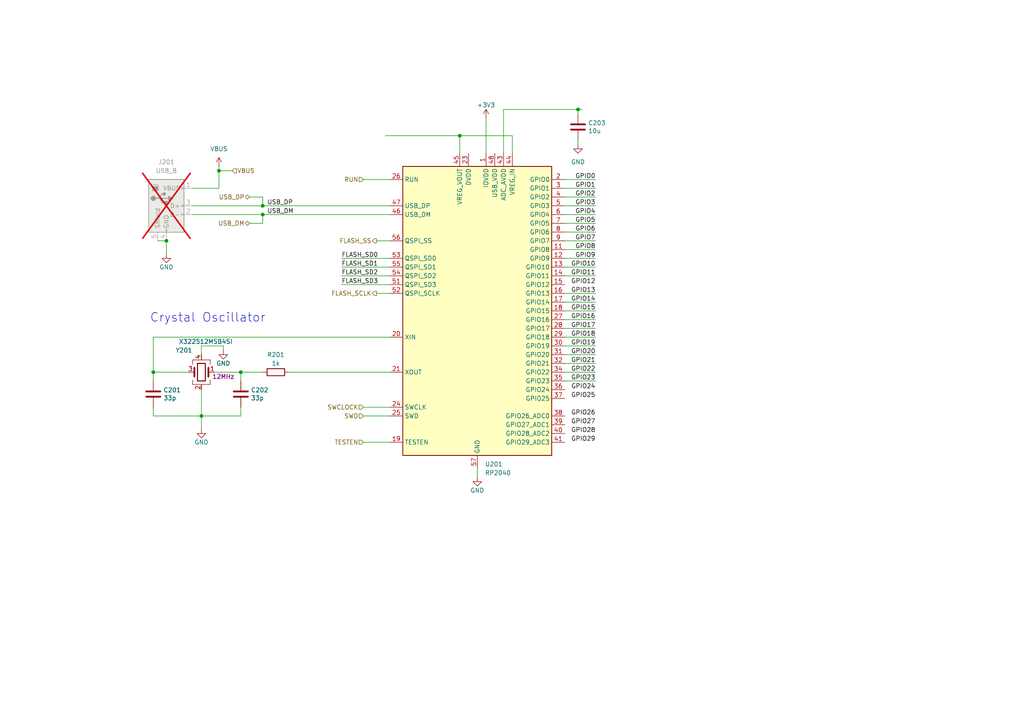
<source format=kicad_sch>
(kicad_sch (version 20231120) (generator "eeschema") (generator_version "8.0")
  (paper "A4")
  (lib_symbols
    (symbol "Connector:USB_B" (pin_names (offset 1.016))
      (property "Reference" "J" (at -5.08 11.43 0))
      (property "Value" "USB_B" (at -5.08 8.89 0))
      (symbol "USB_B_0_1"
        (rectangle (start -5.08 -7.62) (end 5.08 7.62) (stroke (width 0.254)) (fill (type background)))
        (circle (center -3.81 2.159) (radius 0.635) (stroke (width 0.254)) (fill (type outline)))
        (rectangle (start -3.81 5.588) (end -2.54 4.572) (fill (type outline)))
        (circle (center -0.635 3.429) (radius 0.381) (stroke (width 0.254)) (fill (type outline)))
        (rectangle (start -0.127 -7.62) (end 0.127 -6.858))
        (polyline (pts (xy -1.905 2.159) (xy 0.635 2.159)) (stroke (width 0.254)))
        (polyline (pts (xy -3.175 2.159) (xy -2.54 2.159) (xy -1.27 3.429) (xy -0.635 3.429)) (stroke (width 0.254)))
        (polyline (pts (xy -2.54 2.159) (xy -1.905 2.159) (xy -1.27 0.889) (xy 0 0.889)) (stroke (width 0.254)))
        (polyline (pts (xy 0.635 2.794) (xy 0.635 1.524) (xy 1.905 2.159) (xy 0.635 2.794)) (stroke (width 0.254)) (fill (type outline)))
        (polyline (pts (xy -4.064 4.318) (xy -2.286 4.318) (xy -2.286 5.715) (xy -2.667 6.096) (xy -3.683 6.096) (xy -4.064 5.715) (xy -4.064 4.318)))
        (rectangle (start 0.254 1.27) (end -0.508 0.508) (stroke (width 0.254)) (fill (type outline)))
        (rectangle (start 5.08 -2.667) (end 4.318 -2.413))
        (rectangle (start 5.08 -0.127) (end 4.318 0.127))
        (rectangle (start 5.08 4.953) (end 4.318 5.207))
      )
      (symbol "USB_B_1_1"
        (pin power_out line (at 7.62 5.08 180) (length 2.54) (name "VBUS") (number "1"))
        (pin bidirectional line (at 7.62 -2.54 180) (length 2.54) (name "D-") (number "2"))
        (pin bidirectional line (at 7.62 0 180) (length 2.54) (name "D+") (number "3"))
        (pin power_out line (at 0 -10.16 90) (length 2.54) (name "GND") (number "4"))
        (pin passive line (at -2.54 -10.16 90) (length 2.54) (name "Shield") (number "5"))
      )
    )
    (symbol "Device:C" (pin_numbers hide) (pin_names (offset 0.254))
      (property "Reference" "C" (at 0.635 2.54 0))
      (property "Value" "C" (at 0.635 -2.54 0))
      (symbol "C_0_1"
        (polyline (pts (xy -2.032 -0.762) (xy 2.032 -0.762)) (stroke (width 0.508)))
        (polyline (pts (xy -2.032 0.762) (xy 2.032 0.762)) (stroke (width 0.508)))
      )
      (symbol "C_1_1"
        (pin passive line (at 0 3.81 270) (length 2.794) (name "~") (number "1"))
        (pin passive line (at 0 -3.81 90) (length 2.794) (name "~") (number "2"))
      )
    )
    (symbol "Device:R" (pin_numbers hide) (pin_names (offset 0))
      (property "Reference" "R" (at 2.032 0 90))
      (property "Value" "R" (at 0 0 90))
      (symbol "R_0_1"
        (rectangle (start -1.016 -2.54) (end 1.016 2.54) (stroke (width 0.254)))
      )
      (symbol "R_1_1"
        (pin passive line (at 0 3.81 270) (length 1.27) (name "~") (number "1"))
        (pin passive line (at 0 -3.81 90) (length 1.27) (name "~") (number "2"))
      )
    )
    (symbol "MCU_RaspberryPi:RP2040"
      (property "Reference" "U" (at 17.78 45.72 0))
      (property "Value" "RP2040" (at 17.78 43.18 0))
      (symbol "RP2040_0_1"
        (rectangle (start -21.59 41.91) (end 21.59 -41.91) (stroke (width 0.254)) (fill (type background)))
      )
      (symbol "RP2040_1_1"
        (pin power_in line (at 2.54 45.72 270) (length 3.81) (name "IOVDD") (number "1"))
        (pin passive line (at 2.54 45.72 270) (length 3.81) hide (name "IOVDD") (number "10"))
        (pin bidirectional line (at 25.4 17.78 180) (length 3.81) (name "GPIO8") (number "11"))
        (pin bidirectional line (at 25.4 15.24 180) (length 3.81) (name "GPIO9") (number "12"))
        (pin bidirectional line (at 25.4 12.7 180) (length 3.81) (name "GPIO10") (number "13"))
        (pin bidirectional line (at 25.4 10.16 180) (length 3.81) (name "GPIO11") (number "14"))
        (pin bidirectional line (at 25.4 7.62 180) (length 3.81) (name "GPIO12") (number "15"))
        (pin bidirectional line (at 25.4 5.08 180) (length 3.81) (name "GPIO13") (number "16"))
        (pin bidirectional line (at 25.4 2.54 180) (length 3.81) (name "GPIO14") (number "17"))
        (pin bidirectional line (at 25.4 0 180) (length 3.81) (name "GPIO15") (number "18"))
        (pin input line (at -25.4 -38.1 0) (length 3.81) (name "TESTEN") (number "19"))
        (pin bidirectional line (at 25.4 38.1 180) (length 3.81) (name "GPIO0") (number "2"))
        (pin input line (at -25.4 -7.62 0) (length 3.81) (name "XIN") (number "20"))
        (pin passive line (at -25.4 -17.78 0) (length 3.81) (name "XOUT") (number "21"))
        (pin passive line (at 2.54 45.72 270) (length 3.81) hide (name "IOVDD") (number "22"))
        (pin power_in line (at -2.54 45.72 270) (length 3.81) (name "DVDD") (number "23"))
        (pin input line (at -25.4 -27.94 0) (length 3.81) (name "SWCLK") (number "24"))
        (pin bidirectional line (at -25.4 -30.48 0) (length 3.81) (name "SWD") (number "25"))
        (pin input line (at -25.4 38.1 0) (length 3.81) (name "RUN") (number "26"))
        (pin bidirectional line (at 25.4 -2.54 180) (length 3.81) (name "GPIO16") (number "27"))
        (pin bidirectional line (at 25.4 -5.08 180) (length 3.81) (name "GPIO17") (number "28"))
        (pin bidirectional line (at 25.4 -7.62 180) (length 3.81) (name "GPIO18") (number "29"))
        (pin bidirectional line (at 25.4 35.56 180) (length 3.81) (name "GPIO1") (number "3"))
        (pin bidirectional line (at 25.4 -10.16 180) (length 3.81) (name "GPIO19") (number "30"))
        (pin bidirectional line (at 25.4 -12.7 180) (length 3.81) (name "GPIO20") (number "31"))
        (pin bidirectional line (at 25.4 -15.24 180) (length 3.81) (name "GPIO21") (number "32"))
        (pin passive line (at 2.54 45.72 270) (length 3.81) hide (name "IOVDD") (number "33"))
        (pin bidirectional line (at 25.4 -17.78 180) (length 3.81) (name "GPIO22") (number "34"))
        (pin bidirectional line (at 25.4 -20.32 180) (length 3.81) (name "GPIO23") (number "35"))
        (pin bidirectional line (at 25.4 -22.86 180) (length 3.81) (name "GPIO24") (number "36"))
        (pin bidirectional line (at 25.4 -25.4 180) (length 3.81) (name "GPIO25") (number "37"))
        (pin bidirectional line (at 25.4 -30.48 180) (length 3.81) (name "GPIO26_ADC0") (number "38"))
        (pin bidirectional line (at 25.4 -33.02 180) (length 3.81) (name "GPIO27_ADC1") (number "39"))
        (pin bidirectional line (at 25.4 33.02 180) (length 3.81) (name "GPIO2") (number "4"))
        (pin bidirectional line (at 25.4 -35.56 180) (length 3.81) (name "GPIO28_ADC2") (number "40"))
        (pin bidirectional line (at 25.4 -38.1 180) (length 3.81) (name "GPIO29_ADC3") (number "41"))
        (pin passive line (at 2.54 45.72 270) (length 3.81) hide (name "IOVDD") (number "42"))
        (pin power_in line (at 7.62 45.72 270) (length 3.81) (name "ADC_AVDD") (number "43"))
        (pin power_in line (at 10.16 45.72 270) (length 3.81) (name "VREG_IN") (number "44"))
        (pin power_out line (at -5.08 45.72 270) (length 3.81) (name "VREG_VOUT") (number "45"))
        (pin bidirectional line (at -25.4 27.94 0) (length 3.81) (name "USB_DM") (number "46"))
        (pin bidirectional line (at -25.4 30.48 0) (length 3.81) (name "USB_DP") (number "47"))
        (pin power_in line (at 5.08 45.72 270) (length 3.81) (name "USB_VDD") (number "48"))
        (pin passive line (at 2.54 45.72 270) (length 3.81) hide (name "IOVDD") (number "49"))
        (pin bidirectional line (at 25.4 30.48 180) (length 3.81) (name "GPIO3") (number "5"))
        (pin passive line (at -2.54 45.72 270) (length 3.81) hide (name "DVDD") (number "50"))
        (pin bidirectional line (at -25.4 7.62 0) (length 3.81) (name "QSPI_SD3") (number "51"))
        (pin output line (at -25.4 5.08 0) (length 3.81) (name "QSPI_SCLK") (number "52"))
        (pin bidirectional line (at -25.4 15.24 0) (length 3.81) (name "QSPI_SD0") (number "53"))
        (pin bidirectional line (at -25.4 10.16 0) (length 3.81) (name "QSPI_SD2") (number "54"))
        (pin bidirectional line (at -25.4 12.7 0) (length 3.81) (name "QSPI_SD1") (number "55"))
        (pin bidirectional line (at -25.4 20.32 0) (length 3.81) (name "QSPI_SS") (number "56"))
        (pin power_in line (at 0 -45.72 90) (length 3.81) (name "GND") (number "57"))
        (pin bidirectional line (at 25.4 27.94 180) (length 3.81) (name "GPIO4") (number "6"))
        (pin bidirectional line (at 25.4 25.4 180) (length 3.81) (name "GPIO5") (number "7"))
        (pin bidirectional line (at 25.4 22.86 180) (length 3.81) (name "GPIO6") (number "8"))
        (pin bidirectional line (at 25.4 20.32 180) (length 3.81) (name "GPIO7") (number "9"))
      )
    )
    (symbol "RP2040-Decoder_Additional_Symbols:X322512MSB4SI" (pin_names (offset 1.016) hide)
      (property "Reference" "Y" (at 3.175 5.08 0))
      (property "Value" "X322512MSB4SI" (at 3.175 3.175 0))
      (property "Frequency" "12MHz" (at 6.35 -2.54 0))
      (symbol "X322512MSB4SI_0_1"
        (rectangle (start -1.143 2.54) (end 1.143 -2.54) (stroke (width 0.3048)))
        (polyline (pts (xy -2.54 0) (xy -2.032 0)))
        (polyline (pts (xy -2.032 -1.27) (xy -2.032 1.27)) (stroke (width 0.508)))
        (polyline (pts (xy 0 -3.81) (xy 0 -3.556)))
        (polyline (pts (xy 0 3.556) (xy 0 3.81)))
        (polyline (pts (xy 2.032 -1.27) (xy 2.032 1.27)) (stroke (width 0.508)))
        (polyline (pts (xy 2.032 0) (xy 2.54 0)))
        (polyline (pts (xy -2.54 -2.286) (xy -2.54 -3.556) (xy 2.54 -3.556) (xy 2.54 -2.286)))
        (polyline (pts (xy -2.54 2.286) (xy -2.54 3.556) (xy 2.54 3.556) (xy 2.54 2.286)))
      )
      (symbol "X322512MSB4SI_1_1"
        (pin passive line (at -3.81 0 0) (length 1.27) (name "1") (number "1"))
        (pin passive line (at 0 5.08 270) (length 1.27) (name "2") (number "2"))
        (pin passive line (at 3.81 0 180) (length 1.27) (name "3") (number "3"))
        (pin passive line (at 0 -5.08 90) (length 1.27) (name "4") (number "4"))
      )
    )
    (symbol "power:+3V3" (power) (pin_names (offset 0))
      (property "Value" "+3V3" (at 0 3.556 0))
      (symbol "+3V3_0_1"
        (polyline (pts (xy -0.762 1.27) (xy 0 2.54)))
        (polyline (pts (xy 0 0) (xy 0 2.54)))
        (polyline (pts (xy 0 2.54) (xy 0.762 1.27)))
      )
      (symbol "+3V3_1_1"
        (pin power_in line (at 0 0 90) (length 0) hide (name "+3V3") (number "1"))
      )
    )
    (symbol "power:GND" (power) (pin_names (offset 0))
      (property "Value" "GND" (at 0 -3.81 0))
      (symbol "GND_0_1"
        (polyline (pts (xy 0 0) (xy 0 -1.27) (xy 1.27 -1.27) (xy 0 -2.54) (xy -1.27 -1.27) (xy 0 -1.27)))
      )
      (symbol "GND_1_1"
        (pin power_in line (at 0 0 270) (length 0) hide (name "GND") (number "1"))
      )
    )
    (symbol "power:VBUS" (power) (pin_names (offset 0))
      (property "Value" "VBUS" (at 0 3.81 0))
      (symbol "VBUS_0_1"
        (polyline (pts (xy -0.762 1.27) (xy 0 2.54)))
        (polyline (pts (xy 0 0) (xy 0 2.54)))
        (polyline (pts (xy 0 2.54) (xy 0.762 1.27)))
      )
      (symbol "VBUS_1_1"
        (pin power_in line (at 0 0 90) (length 0) hide (name "VBUS") (number "1"))
      )
    )
  )
  (junction (at 69.85 107.95))
  (junction (at 48.26 69.85))
  (junction (at 63.5 49.53))
  (junction (at 76.2 59.69))
  (junction (at 44.45 107.95))
  (junction (at 167.64 31.75))
  (junction (at 76.2 62.23))
  (junction (at 58.42 120.65))
  (junction (at 133.35 39.37))
  (wire (pts (xy 167.64 40.64) (xy 167.64 41.91)))
  (wire (pts (xy 62.23 107.95) (xy 69.85 107.95)))
  (wire (pts (xy 99.06 74.93) (xy 113.03 74.93)))
  (wire (pts (xy 63.5 48.26) (xy 63.5 49.53)))
  (wire (pts (xy 105.41 120.65) (xy 113.03 120.65)))
  (wire (pts (xy 44.45 107.95) (xy 44.45 110.49)))
  (wire (pts (xy 105.41 52.07) (xy 113.03 52.07)))
  (wire (pts (xy 69.85 118.11) (xy 69.85 120.65)))
  (wire (pts (xy 148.59 44.45) (xy 148.59 39.37)))
  (wire (pts (xy 76.2 62.23) (xy 113.03 62.23)))
  (wire (pts (xy 63.5 49.53) (xy 63.5 54.61)))
  (wire (pts (xy 163.83 52.07) (xy 172.72 52.07)))
  (wire (pts (xy 44.45 107.95) (xy 54.61 107.95)))
  (wire (pts (xy 55.88 62.23) (xy 76.2 62.23)))
  (wire (pts (xy 163.83 105.41) (xy 172.72 105.41)))
  (wire (pts (xy 58.42 100.33) (xy 64.77 100.33)))
  (wire (pts (xy 163.83 77.47) (xy 172.72 77.47)))
  (wire (pts (xy 48.26 69.85) (xy 48.26 73.66)))
  (wire (pts (xy 163.83 67.31) (xy 172.72 67.31)))
  (wire (pts (xy 163.83 64.77) (xy 172.72 64.77)))
  (wire (pts (xy 163.83 62.23) (xy 172.72 62.23)))
  (wire (pts (xy 167.64 31.75) (xy 167.64 33.02)))
  (wire (pts (xy 167.64 31.75) (xy 168.91 31.75)))
  (wire (pts (xy 76.2 59.69) (xy 113.03 59.69)))
  (wire (pts (xy 163.83 57.15) (xy 172.72 57.15)))
  (wire (pts (xy 69.85 107.95) (xy 76.2 107.95)))
  (wire (pts (xy 44.45 97.79) (xy 113.03 97.79)))
  (wire (pts (xy 163.83 59.69) (xy 172.72 59.69)))
  (wire (pts (xy 45.72 69.85) (xy 48.26 69.85)))
  (wire (pts (xy 163.83 54.61) (xy 172.72 54.61)))
  (wire (pts (xy 163.83 100.33) (xy 172.72 100.33)))
  (wire (pts (xy 99.06 77.47) (xy 113.03 77.47)))
  (wire (pts (xy 111.76 39.37) (xy 133.35 39.37)))
  (wire (pts (xy 105.41 128.27) (xy 113.03 128.27)))
  (wire (pts (xy 58.42 120.65) (xy 69.85 120.65)))
  (wire (pts (xy 76.2 57.15) (xy 76.2 59.69)))
  (wire (pts (xy 64.77 100.33) (xy 64.77 101.6)))
  (wire (pts (xy 72.39 57.15) (xy 76.2 57.15)))
  (wire (pts (xy 55.88 54.61) (xy 63.5 54.61)))
  (wire (pts (xy 44.45 118.11) (xy 44.45 120.65)))
  (wire (pts (xy 163.83 97.79) (xy 172.72 97.79)))
  (wire (pts (xy 163.83 95.25) (xy 172.72 95.25)))
  (wire (pts (xy 58.42 100.33) (xy 58.42 102.87)))
  (wire (pts (xy 163.83 107.95) (xy 172.72 107.95)))
  (wire (pts (xy 163.83 80.01) (xy 172.72 80.01)))
  (wire (pts (xy 99.06 80.01) (xy 113.03 80.01)))
  (wire (pts (xy 163.83 110.49) (xy 172.72 110.49)))
  (wire (pts (xy 163.83 90.17) (xy 172.72 90.17)))
  (wire (pts (xy 146.05 31.75) (xy 146.05 44.45)))
  (wire (pts (xy 163.83 87.63) (xy 172.72 87.63)))
  (wire (pts (xy 163.83 72.39) (xy 172.72 72.39)))
  (wire (pts (xy 55.88 59.69) (xy 76.2 59.69)))
  (wire (pts (xy 58.42 113.03) (xy 58.42 120.65)))
  (wire (pts (xy 105.41 118.11) (xy 113.03 118.11)))
  (wire (pts (xy 44.45 120.65) (xy 58.42 120.65)))
  (wire (pts (xy 163.83 92.71) (xy 172.72 92.71)))
  (wire (pts (xy 44.45 97.79) (xy 44.45 107.95)))
  (wire (pts (xy 67.31 49.53) (xy 63.5 49.53)))
  (wire (pts (xy 109.22 85.09) (xy 113.03 85.09)))
  (wire (pts (xy 163.83 69.85) (xy 172.72 69.85)))
  (wire (pts (xy 83.82 107.95) (xy 113.03 107.95)))
  (wire (pts (xy 76.2 64.77) (xy 76.2 62.23)))
  (wire (pts (xy 72.39 64.77) (xy 76.2 64.77)))
  (wire (pts (xy 133.35 39.37) (xy 133.35 44.45)))
  (wire (pts (xy 146.05 31.75) (xy 167.64 31.75)))
  (wire (pts (xy 99.06 82.55) (xy 113.03 82.55)))
  (wire (pts (xy 58.42 120.65) (xy 58.42 124.46)))
  (wire (pts (xy 163.83 85.09) (xy 172.72 85.09)))
  (wire (pts (xy 69.85 107.95) (xy 69.85 110.49)))
  (wire (pts (xy 109.22 69.85) (xy 113.03 69.85)))
  (wire (pts (xy 133.35 39.37) (xy 148.59 39.37)))
  (wire (pts (xy 138.43 135.89) (xy 138.43 138.43)))
  (wire (pts (xy 163.83 74.93) (xy 172.72 74.93)))
  (wire (pts (xy 140.97 34.29) (xy 140.97 44.45)))
  (wire (pts (xy 163.83 102.87) (xy 172.72 102.87)))
  (text "Crystal Oscillator" (at 43.434 93.726 0) (effects (font (size 2.54 2.54)) (justify left bottom)))
  (label "GPIO29" (at 172.72 128.27 180))
  (label "GPIO17" (at 172.72 95.25 180))
  (label "GPIO7" (at 172.72 69.85 180))
  (label "GPIO13" (at 172.72 85.09 180))
  (label "GPIO10" (at 172.72 77.47 180))
  (label "GPIO8" (at 172.72 72.39 180))
  (label "GPIO26" (at 172.72 120.65 180))
  (label "FLASH_SD1" (at 99.06 77.47 0))
  (label "GPIO1" (at 172.72 54.61 180))
  (label "GPIO9" (at 172.72 74.93 180))
  (label "USB_DM" (at 77.47 62.23 0))
  (label "GPIO21" (at 172.72 105.41 180))
  (label "GPIO25" (at 172.72 115.57 180))
  (label "GPIO18" (at 172.72 97.79 180))
  (label "FLASH_SD3" (at 99.06 82.55 0))
  (label "GPIO19" (at 172.72 100.33 180))
  (label "GPIO22" (at 172.72 107.95 180))
  (label "GPIO11" (at 172.72 80.01 180))
  (label "GPIO4" (at 172.72 62.23 180))
  (label "GPIO0" (at 172.72 52.07 180))
  (label "GPIO2" (at 172.72 57.15 180))
  (label "GPIO28" (at 172.72 125.73 180))
  (label "GPIO23" (at 172.72 110.49 180))
  (label "USB_DP" (at 77.47 59.69 0))
  (label "GPIO14" (at 172.72 87.63 180))
  (label "GPIO5" (at 172.72 64.77 180))
  (label "FLASH_SD2" (at 99.06 80.01 0))
  (label "GPIO15" (at 172.72 90.17 180))
  (label "GPIO12" (at 172.72 82.55 180))
  (label "GPIO24" (at 172.72 113.03 180))
  (label "GPIO3" (at 172.72 59.69 180))
  (label "GPIO20" (at 172.72 102.87 180))
  (label "GPIO6" (at 172.72 67.31 180))
  (label "GPIO16" (at 172.72 92.71 180))
  (label "GPIO27" (at 172.72 123.19 180))
  (label "FLASH_SD0" (at 99.06 74.93 0))
  (hierarchical_label "SWD" (shape input) (at 105.41 120.65 180))
  (hierarchical_label "SWCLOCK" (shape input) (at 105.41 118.11 180))
  (hierarchical_label "RUN" (shape input) (at 105.41 52.07 180))
  (hierarchical_label "FLASH_SCLK" (shape output) (at 109.22 85.09 180))
  (hierarchical_label "TESTEN" (shape input) (at 105.41 128.27 180))
  (hierarchical_label "VBUS" (shape input) (at 67.31 49.53 0))
  (hierarchical_label "USB_DP" (shape bidirectional) (at 72.39 57.15 180))
  (hierarchical_label "USB_DM" (shape bidirectional) (at 72.39 64.77 180))
  (hierarchical_label "FLASH_SS" (shape output) (at 109.22 69.85 180))
  (symbol (lib_id "power:GND") (at 48.26 73.66 0) (unit 1)
    (property "Reference" "#PWR0201" (effects (hide yes)))
    (property "Value" "GND" (at 48.26 77.47 0))
    (property "Description" "Power symbol creates a global label with name \"GND\" , ground" (effects (hide yes)))
  )
  (symbol (lib_id "Connector:USB_B") (at 48.26 59.69 0) (unit 1) (dnp yes)
    (property "Reference" "J201" (at 48.26 46.99 0))
    (property "Value" "USB_B" (at 48.26 49.53 0))
    (property "Footprint" "Connector_USB:USB_B_OST_USB-B1HSxx_Horizontal" (effects (hide yes)))
    (property "Datasheet" " ~" (effects (hide yes)))
    (property "Description" "USB Type B connector" (effects (hide yes)))
  )
  (symbol (lib_id "power:GND") (at 64.77 101.6 0) (unit 1)
    (property "Reference" "#PWR0204" (effects (hide yes)))
    (property "Value" "GND" (at 64.77 105.41 0))
    (property "Description" "Power symbol creates a global label with name \"GND\" , ground" (effects (hide yes)))
  )
  (symbol (lib_id "Device:C") (at 167.64 36.83 0) (unit 1)
    (property "Reference" "C203" (at 170.561 35.6616 0) (effects (justify left)))
    (property "Value" "10u" (at 170.561 37.973 0) (effects (justify left)))
    (property "Footprint" "Capacitor_SMD:C_0805_2012Metric_Pad1.18x1.45mm_HandSolder" (effects (hide yes)))
    (property "Description" "Unpolarized capacitor" (effects (hide yes)))
    (property "OLI_ID" "10uF_0805" (effects (hide yes)))
  )
  (symbol (lib_id "MCU_RaspberryPi:RP2040") (at 138.43 90.17 0) (unit 1)
    (property "Reference" "U201" (at 140.6241 134.62 0) (effects (justify left)))
    (property "Value" "RP2040" (at 140.6241 137.16 0) (effects (justify left)))
    (property "Footprint" "Package_DFN_QFN:QFN-56-1EP_7x7mm_P0.4mm_EP3.2x3.2mm" (effects (hide yes)))
    (property "Datasheet" "https://datasheets.raspberrypi.com/rp2040/rp2040-datasheet.pdf" (effects (hide yes)))
    (property "Description" "A microcontroller by Raspberry Pi" (effects (hide yes)))
    (property "OLI_ID" "RP2040_LQFN-56" (effects (hide yes)))
  )
  (symbol (lib_id "power:GND") (at 58.42 124.46 0) (unit 1)
    (property "Reference" "#PWR0202" (effects (hide yes)))
    (property "Value" "GND" (at 58.42 128.27 0))
    (property "Description" "Power symbol creates a global label with name \"GND\" , ground" (effects (hide yes)))
  )
  (symbol (lib_id "power:VBUS") (at 63.5 48.26 0) (unit 1)
    (property "Reference" "#PWR0203" (effects (hide yes)))
    (property "Value" "VBUS" (at 63.5 43.18 0))
    (property "Description" "Power symbol creates a global label with name \"VBUS\"" (effects (hide yes)))
  )
  (symbol (lib_id "power:+3V3") (at 140.97 34.29 0) (mirror y) (unit 1)
    (property "Reference" "#PWR0206" (effects (hide yes)))
    (property "Value" "+3V3" (at 140.97 30.48 0))
    (property "Description" "Power symbol creates a global label with name \"+3V3\"" (effects (hide yes)))
  )
  (symbol (lib_id "power:GND") (at 138.43 138.43 0) (unit 1)
    (property "Reference" "#PWR0205" (effects (hide yes)))
    (property "Value" "GND" (at 138.43 142.24 0))
    (property "Description" "Power symbol creates a global label with name \"GND\" , ground" (effects (hide yes)))
  )
  (symbol (lib_id "RP2040-Decoder_Additional_Symbols:X322512MSB4SI") (at 58.42 107.95 180) (unit 1)
    (property "Reference" "Y201" (at 53.34 101.6 0))
    (property "Value" "X322512MSB4SI" (at 59.69 99.06 0))
    (property "Footprint" "Crystal:Crystal_SMD_3225-4Pin_3.2x2.5mm" (effects (hide yes)))
    (property "Datasheet" "https://datasheet.lcsc.com/lcsc/2103291203_Yangxing-Tech-X322512MSB4SI_C9002.pdf" (effects (hide yes)))
    (property "Frequency" "12MHz" (at 64.77 109.22 0))
    (property "OLI_ID" "X322512MSB4SI_SMD3225" (effects (hide yes)))
  )
  (symbol (lib_id "Device:C") (at 69.85 114.3 0) (unit 1)
    (property "Reference" "C202" (at 72.771 113.1316 0) (effects (justify left)))
    (property "Value" "33p" (at 72.771 115.443 0) (effects (justify left)))
    (property "Footprint" "Capacitor_SMD:C_0805_2012Metric_Pad1.18x1.45mm_HandSolder" (effects (hide yes)))
    (property "Description" "Unpolarized capacitor" (effects (hide yes)))
  )
  (symbol (lib_id "power:GND") (at 167.64 41.91 0) (unit 1)
    (property "Reference" "#PWR0207" (effects (hide yes)))
    (property "Value" "GND" (at 167.64 46.99 0))
    (property "Description" "Power symbol creates a global label with name \"GND\" , ground" (effects (hide yes)))
  )
  (symbol (lib_id "Device:C") (at 44.45 114.3 0) (unit 1)
    (property "Reference" "C201" (at 47.371 113.1316 0) (effects (justify left)))
    (property "Value" "33p" (at 47.371 115.443 0) (effects (justify left)))
    (property "Footprint" "Capacitor_SMD:C_0805_2012Metric_Pad1.18x1.45mm_HandSolder" (effects (hide yes)))
    (property "Description" "Unpolarized capacitor" (effects (hide yes)))
  )
  (symbol (lib_id "Device:R") (at 80.01 107.95 270) (unit 1)
    (property "Reference" "R201" (at 80.01 102.87 90))
    (property "Value" "1k" (at 80.01 105.41 90))
    (property "Footprint" "Resistor_SMD:R_0805_2012Metric_Pad1.20x1.40mm_HandSolder" (effects (hide yes)))
    (property "Description" "Resistor" (effects (hide yes)))
    (property "OLI_ID" "1k_0805" (effects (hide yes)))
  )
)
</source>
